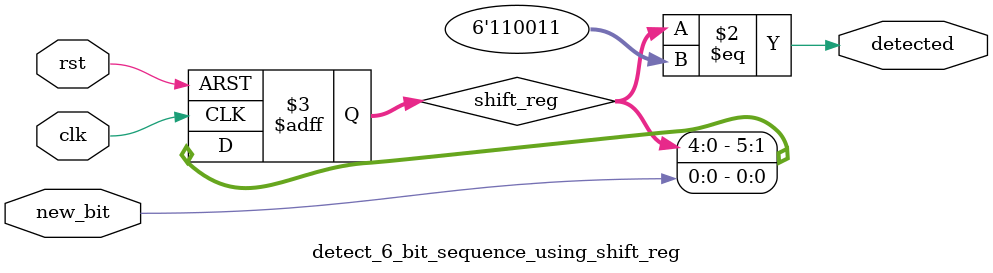
<source format=sv>

module detect_4_bit_sequence_using_shift_reg
(
  input  clk,
  input  rst,
  input  new_bit,
  output detected
);

  // Detection of the "1010" sequence using shift register

  logic [3:0] shift_reg;

  assign detected =   shift_reg[3] &
                    ~ shift_reg[2] &
                      shift_reg[1] &
                    ~ shift_reg[0];

  always_ff @ (posedge clk)
    if (rst)
      shift_reg <= '0;
    else
      shift_reg <= {shift_reg[2:0], new_bit };

endmodule

//----------------------------------------------------------------------------
// Task
//----------------------------------------------------------------------------

module detect_6_bit_sequence_using_shift_reg
(
  input  clk,
  input  rst,
  input  new_bit,
  output detected
);

  // Task:
  // Implement a module that detects the "110011" sequence

  // Store bit set.
  logic [5:0] shift_reg;

  always_ff @ (posedge clk or posedge rst) begin
    if (rst) begin
      shift_reg <= '0;
    end else begin
      shift_reg <= {shift_reg[4:0], new_bit};
    end
  end

  assign detected = (shift_reg == 6'b110011);

endmodule

</source>
